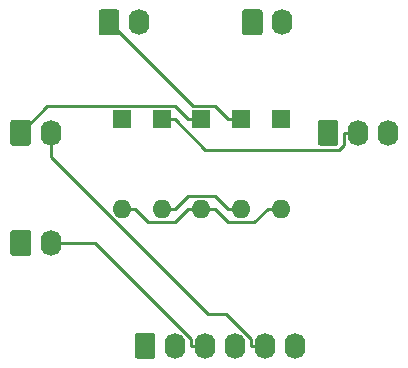
<source format=gbr>
G04 #@! TF.GenerationSoftware,KiCad,Pcbnew,(5.1.5-0-10_14)*
G04 #@! TF.CreationDate,2021-10-24T13:15:44+10:00*
G04 #@! TF.ProjectId,OH - Left Console - Ejection Seat,4f48202d-204c-4656-9674-20436f6e736f,rev?*
G04 #@! TF.SameCoordinates,Original*
G04 #@! TF.FileFunction,Copper,L2,Bot*
G04 #@! TF.FilePolarity,Positive*
%FSLAX46Y46*%
G04 Gerber Fmt 4.6, Leading zero omitted, Abs format (unit mm)*
G04 Created by KiCad (PCBNEW (5.1.5-0-10_14)) date 2021-10-24 13:15:44*
%MOMM*%
%LPD*%
G04 APERTURE LIST*
%ADD10O,1.740000X2.200000*%
%ADD11C,0.100000*%
%ADD12O,1.600000X1.600000*%
%ADD13R,1.600000X1.600000*%
%ADD14C,0.250000*%
G04 APERTURE END LIST*
D10*
X78359000Y-116840000D03*
X75819000Y-116840000D03*
X73279000Y-116840000D03*
X70739000Y-116840000D03*
X68199000Y-116840000D03*
G04 #@! TA.AperFunction,ComponentPad*
D11*
G36*
X66303505Y-115741204D02*
G01*
X66327773Y-115744804D01*
X66351572Y-115750765D01*
X66374671Y-115759030D01*
X66396850Y-115769520D01*
X66417893Y-115782132D01*
X66437599Y-115796747D01*
X66455777Y-115813223D01*
X66472253Y-115831401D01*
X66486868Y-115851107D01*
X66499480Y-115872150D01*
X66509970Y-115894329D01*
X66518235Y-115917428D01*
X66524196Y-115941227D01*
X66527796Y-115965495D01*
X66529000Y-115989999D01*
X66529000Y-117690001D01*
X66527796Y-117714505D01*
X66524196Y-117738773D01*
X66518235Y-117762572D01*
X66509970Y-117785671D01*
X66499480Y-117807850D01*
X66486868Y-117828893D01*
X66472253Y-117848599D01*
X66455777Y-117866777D01*
X66437599Y-117883253D01*
X66417893Y-117897868D01*
X66396850Y-117910480D01*
X66374671Y-117920970D01*
X66351572Y-117929235D01*
X66327773Y-117935196D01*
X66303505Y-117938796D01*
X66279001Y-117940000D01*
X65038999Y-117940000D01*
X65014495Y-117938796D01*
X64990227Y-117935196D01*
X64966428Y-117929235D01*
X64943329Y-117920970D01*
X64921150Y-117910480D01*
X64900107Y-117897868D01*
X64880401Y-117883253D01*
X64862223Y-117866777D01*
X64845747Y-117848599D01*
X64831132Y-117828893D01*
X64818520Y-117807850D01*
X64808030Y-117785671D01*
X64799765Y-117762572D01*
X64793804Y-117738773D01*
X64790204Y-117714505D01*
X64789000Y-117690001D01*
X64789000Y-115989999D01*
X64790204Y-115965495D01*
X64793804Y-115941227D01*
X64799765Y-115917428D01*
X64808030Y-115894329D01*
X64818520Y-115872150D01*
X64831132Y-115851107D01*
X64845747Y-115831401D01*
X64862223Y-115813223D01*
X64880401Y-115796747D01*
X64900107Y-115782132D01*
X64921150Y-115769520D01*
X64943329Y-115759030D01*
X64966428Y-115750765D01*
X64990227Y-115744804D01*
X65014495Y-115741204D01*
X65038999Y-115740000D01*
X66279001Y-115740000D01*
X66303505Y-115741204D01*
G37*
G04 #@! TD.AperFunction*
D10*
X65151000Y-89471500D03*
G04 #@! TA.AperFunction,ComponentPad*
D11*
G36*
X63255505Y-88372704D02*
G01*
X63279773Y-88376304D01*
X63303572Y-88382265D01*
X63326671Y-88390530D01*
X63348850Y-88401020D01*
X63369893Y-88413632D01*
X63389599Y-88428247D01*
X63407777Y-88444723D01*
X63424253Y-88462901D01*
X63438868Y-88482607D01*
X63451480Y-88503650D01*
X63461970Y-88525829D01*
X63470235Y-88548928D01*
X63476196Y-88572727D01*
X63479796Y-88596995D01*
X63481000Y-88621499D01*
X63481000Y-90321501D01*
X63479796Y-90346005D01*
X63476196Y-90370273D01*
X63470235Y-90394072D01*
X63461970Y-90417171D01*
X63451480Y-90439350D01*
X63438868Y-90460393D01*
X63424253Y-90480099D01*
X63407777Y-90498277D01*
X63389599Y-90514753D01*
X63369893Y-90529368D01*
X63348850Y-90541980D01*
X63326671Y-90552470D01*
X63303572Y-90560735D01*
X63279773Y-90566696D01*
X63255505Y-90570296D01*
X63231001Y-90571500D01*
X61990999Y-90571500D01*
X61966495Y-90570296D01*
X61942227Y-90566696D01*
X61918428Y-90560735D01*
X61895329Y-90552470D01*
X61873150Y-90541980D01*
X61852107Y-90529368D01*
X61832401Y-90514753D01*
X61814223Y-90498277D01*
X61797747Y-90480099D01*
X61783132Y-90460393D01*
X61770520Y-90439350D01*
X61760030Y-90417171D01*
X61751765Y-90394072D01*
X61745804Y-90370273D01*
X61742204Y-90346005D01*
X61741000Y-90321501D01*
X61741000Y-88621499D01*
X61742204Y-88596995D01*
X61745804Y-88572727D01*
X61751765Y-88548928D01*
X61760030Y-88525829D01*
X61770520Y-88503650D01*
X61783132Y-88482607D01*
X61797747Y-88462901D01*
X61814223Y-88444723D01*
X61832401Y-88428247D01*
X61852107Y-88413632D01*
X61873150Y-88401020D01*
X61895329Y-88390530D01*
X61918428Y-88382265D01*
X61942227Y-88376304D01*
X61966495Y-88372704D01*
X61990999Y-88371500D01*
X63231001Y-88371500D01*
X63255505Y-88372704D01*
G37*
G04 #@! TD.AperFunction*
D10*
X86233000Y-98806000D03*
X83693000Y-98806000D03*
G04 #@! TA.AperFunction,ComponentPad*
D11*
G36*
X81797505Y-97707204D02*
G01*
X81821773Y-97710804D01*
X81845572Y-97716765D01*
X81868671Y-97725030D01*
X81890850Y-97735520D01*
X81911893Y-97748132D01*
X81931599Y-97762747D01*
X81949777Y-97779223D01*
X81966253Y-97797401D01*
X81980868Y-97817107D01*
X81993480Y-97838150D01*
X82003970Y-97860329D01*
X82012235Y-97883428D01*
X82018196Y-97907227D01*
X82021796Y-97931495D01*
X82023000Y-97955999D01*
X82023000Y-99656001D01*
X82021796Y-99680505D01*
X82018196Y-99704773D01*
X82012235Y-99728572D01*
X82003970Y-99751671D01*
X81993480Y-99773850D01*
X81980868Y-99794893D01*
X81966253Y-99814599D01*
X81949777Y-99832777D01*
X81931599Y-99849253D01*
X81911893Y-99863868D01*
X81890850Y-99876480D01*
X81868671Y-99886970D01*
X81845572Y-99895235D01*
X81821773Y-99901196D01*
X81797505Y-99904796D01*
X81773001Y-99906000D01*
X80532999Y-99906000D01*
X80508495Y-99904796D01*
X80484227Y-99901196D01*
X80460428Y-99895235D01*
X80437329Y-99886970D01*
X80415150Y-99876480D01*
X80394107Y-99863868D01*
X80374401Y-99849253D01*
X80356223Y-99832777D01*
X80339747Y-99814599D01*
X80325132Y-99794893D01*
X80312520Y-99773850D01*
X80302030Y-99751671D01*
X80293765Y-99728572D01*
X80287804Y-99704773D01*
X80284204Y-99680505D01*
X80283000Y-99656001D01*
X80283000Y-97955999D01*
X80284204Y-97931495D01*
X80287804Y-97907227D01*
X80293765Y-97883428D01*
X80302030Y-97860329D01*
X80312520Y-97838150D01*
X80325132Y-97817107D01*
X80339747Y-97797401D01*
X80356223Y-97779223D01*
X80374401Y-97762747D01*
X80394107Y-97748132D01*
X80415150Y-97735520D01*
X80437329Y-97725030D01*
X80460428Y-97716765D01*
X80484227Y-97710804D01*
X80508495Y-97707204D01*
X80532999Y-97706000D01*
X81773001Y-97706000D01*
X81797505Y-97707204D01*
G37*
G04 #@! TD.AperFunction*
D10*
X57658000Y-98806000D03*
G04 #@! TA.AperFunction,ComponentPad*
D11*
G36*
X55762505Y-97707204D02*
G01*
X55786773Y-97710804D01*
X55810572Y-97716765D01*
X55833671Y-97725030D01*
X55855850Y-97735520D01*
X55876893Y-97748132D01*
X55896599Y-97762747D01*
X55914777Y-97779223D01*
X55931253Y-97797401D01*
X55945868Y-97817107D01*
X55958480Y-97838150D01*
X55968970Y-97860329D01*
X55977235Y-97883428D01*
X55983196Y-97907227D01*
X55986796Y-97931495D01*
X55988000Y-97955999D01*
X55988000Y-99656001D01*
X55986796Y-99680505D01*
X55983196Y-99704773D01*
X55977235Y-99728572D01*
X55968970Y-99751671D01*
X55958480Y-99773850D01*
X55945868Y-99794893D01*
X55931253Y-99814599D01*
X55914777Y-99832777D01*
X55896599Y-99849253D01*
X55876893Y-99863868D01*
X55855850Y-99876480D01*
X55833671Y-99886970D01*
X55810572Y-99895235D01*
X55786773Y-99901196D01*
X55762505Y-99904796D01*
X55738001Y-99906000D01*
X54497999Y-99906000D01*
X54473495Y-99904796D01*
X54449227Y-99901196D01*
X54425428Y-99895235D01*
X54402329Y-99886970D01*
X54380150Y-99876480D01*
X54359107Y-99863868D01*
X54339401Y-99849253D01*
X54321223Y-99832777D01*
X54304747Y-99814599D01*
X54290132Y-99794893D01*
X54277520Y-99773850D01*
X54267030Y-99751671D01*
X54258765Y-99728572D01*
X54252804Y-99704773D01*
X54249204Y-99680505D01*
X54248000Y-99656001D01*
X54248000Y-97955999D01*
X54249204Y-97931495D01*
X54252804Y-97907227D01*
X54258765Y-97883428D01*
X54267030Y-97860329D01*
X54277520Y-97838150D01*
X54290132Y-97817107D01*
X54304747Y-97797401D01*
X54321223Y-97779223D01*
X54339401Y-97762747D01*
X54359107Y-97748132D01*
X54380150Y-97735520D01*
X54402329Y-97725030D01*
X54425428Y-97716765D01*
X54449227Y-97710804D01*
X54473495Y-97707204D01*
X54497999Y-97706000D01*
X55738001Y-97706000D01*
X55762505Y-97707204D01*
G37*
G04 #@! TD.AperFunction*
D10*
X77279500Y-89471500D03*
G04 #@! TA.AperFunction,ComponentPad*
D11*
G36*
X75384005Y-88372704D02*
G01*
X75408273Y-88376304D01*
X75432072Y-88382265D01*
X75455171Y-88390530D01*
X75477350Y-88401020D01*
X75498393Y-88413632D01*
X75518099Y-88428247D01*
X75536277Y-88444723D01*
X75552753Y-88462901D01*
X75567368Y-88482607D01*
X75579980Y-88503650D01*
X75590470Y-88525829D01*
X75598735Y-88548928D01*
X75604696Y-88572727D01*
X75608296Y-88596995D01*
X75609500Y-88621499D01*
X75609500Y-90321501D01*
X75608296Y-90346005D01*
X75604696Y-90370273D01*
X75598735Y-90394072D01*
X75590470Y-90417171D01*
X75579980Y-90439350D01*
X75567368Y-90460393D01*
X75552753Y-90480099D01*
X75536277Y-90498277D01*
X75518099Y-90514753D01*
X75498393Y-90529368D01*
X75477350Y-90541980D01*
X75455171Y-90552470D01*
X75432072Y-90560735D01*
X75408273Y-90566696D01*
X75384005Y-90570296D01*
X75359501Y-90571500D01*
X74119499Y-90571500D01*
X74094995Y-90570296D01*
X74070727Y-90566696D01*
X74046928Y-90560735D01*
X74023829Y-90552470D01*
X74001650Y-90541980D01*
X73980607Y-90529368D01*
X73960901Y-90514753D01*
X73942723Y-90498277D01*
X73926247Y-90480099D01*
X73911632Y-90460393D01*
X73899020Y-90439350D01*
X73888530Y-90417171D01*
X73880265Y-90394072D01*
X73874304Y-90370273D01*
X73870704Y-90346005D01*
X73869500Y-90321501D01*
X73869500Y-88621499D01*
X73870704Y-88596995D01*
X73874304Y-88572727D01*
X73880265Y-88548928D01*
X73888530Y-88525829D01*
X73899020Y-88503650D01*
X73911632Y-88482607D01*
X73926247Y-88462901D01*
X73942723Y-88444723D01*
X73960901Y-88428247D01*
X73980607Y-88413632D01*
X74001650Y-88401020D01*
X74023829Y-88390530D01*
X74046928Y-88382265D01*
X74070727Y-88376304D01*
X74094995Y-88372704D01*
X74119499Y-88371500D01*
X75359501Y-88371500D01*
X75384005Y-88372704D01*
G37*
G04 #@! TD.AperFunction*
D10*
X57658000Y-108140000D03*
G04 #@! TA.AperFunction,ComponentPad*
D11*
G36*
X55762505Y-107041204D02*
G01*
X55786773Y-107044804D01*
X55810572Y-107050765D01*
X55833671Y-107059030D01*
X55855850Y-107069520D01*
X55876893Y-107082132D01*
X55896599Y-107096747D01*
X55914777Y-107113223D01*
X55931253Y-107131401D01*
X55945868Y-107151107D01*
X55958480Y-107172150D01*
X55968970Y-107194329D01*
X55977235Y-107217428D01*
X55983196Y-107241227D01*
X55986796Y-107265495D01*
X55988000Y-107289999D01*
X55988000Y-108990001D01*
X55986796Y-109014505D01*
X55983196Y-109038773D01*
X55977235Y-109062572D01*
X55968970Y-109085671D01*
X55958480Y-109107850D01*
X55945868Y-109128893D01*
X55931253Y-109148599D01*
X55914777Y-109166777D01*
X55896599Y-109183253D01*
X55876893Y-109197868D01*
X55855850Y-109210480D01*
X55833671Y-109220970D01*
X55810572Y-109229235D01*
X55786773Y-109235196D01*
X55762505Y-109238796D01*
X55738001Y-109240000D01*
X54497999Y-109240000D01*
X54473495Y-109238796D01*
X54449227Y-109235196D01*
X54425428Y-109229235D01*
X54402329Y-109220970D01*
X54380150Y-109210480D01*
X54359107Y-109197868D01*
X54339401Y-109183253D01*
X54321223Y-109166777D01*
X54304747Y-109148599D01*
X54290132Y-109128893D01*
X54277520Y-109107850D01*
X54267030Y-109085671D01*
X54258765Y-109062572D01*
X54252804Y-109038773D01*
X54249204Y-109014505D01*
X54248000Y-108990001D01*
X54248000Y-107289999D01*
X54249204Y-107265495D01*
X54252804Y-107241227D01*
X54258765Y-107217428D01*
X54267030Y-107194329D01*
X54277520Y-107172150D01*
X54290132Y-107151107D01*
X54304747Y-107131401D01*
X54321223Y-107113223D01*
X54339401Y-107096747D01*
X54359107Y-107082132D01*
X54380150Y-107069520D01*
X54402329Y-107059030D01*
X54425428Y-107050765D01*
X54449227Y-107044804D01*
X54473495Y-107041204D01*
X54497999Y-107040000D01*
X55738001Y-107040000D01*
X55762505Y-107041204D01*
G37*
G04 #@! TD.AperFunction*
D12*
X73787000Y-105283000D03*
D13*
X73787000Y-97663000D03*
D12*
X67056000Y-105283000D03*
D13*
X67056000Y-97663000D03*
D12*
X70421500Y-105283000D03*
D13*
X70421500Y-97663000D03*
D12*
X77152500Y-105283000D03*
D13*
X77152500Y-97663000D03*
D12*
X63690500Y-105283000D03*
D13*
X63690500Y-97663000D03*
D14*
X70421500Y-105283000D02*
X69296200Y-105283000D01*
X63690500Y-105283000D02*
X64815800Y-105283000D01*
X64815800Y-105283000D02*
X65941100Y-106408300D01*
X65941100Y-106408300D02*
X68170900Y-106408300D01*
X68170900Y-106408300D02*
X69296200Y-105283000D01*
X77152500Y-105283000D02*
X76027200Y-105283000D01*
X70421500Y-105283000D02*
X71546800Y-105283000D01*
X71546800Y-105283000D02*
X72672100Y-106408300D01*
X72672100Y-106408300D02*
X74901900Y-106408300D01*
X74901900Y-106408300D02*
X76027200Y-105283000D01*
X70421500Y-97663000D02*
X69296200Y-97663000D01*
X69296200Y-97663000D02*
X68170400Y-96537200D01*
X68170400Y-96537200D02*
X57386800Y-96537200D01*
X57386800Y-96537200D02*
X55118000Y-98806000D01*
X67056000Y-105283000D02*
X68181300Y-105283000D01*
X73787000Y-105283000D02*
X72661700Y-105283000D01*
X72661700Y-105283000D02*
X71536400Y-104157700D01*
X71536400Y-104157700D02*
X69306600Y-104157700D01*
X69306600Y-104157700D02*
X68181300Y-105283000D01*
X83693000Y-98806000D02*
X82497700Y-98806000D01*
X67056000Y-97663000D02*
X68181300Y-97663000D01*
X68181300Y-97663000D02*
X70765800Y-100247500D01*
X70765800Y-100247500D02*
X82068200Y-100247500D01*
X82068200Y-100247500D02*
X82497700Y-99818000D01*
X82497700Y-99818000D02*
X82497700Y-98806000D01*
X73787000Y-97663000D02*
X72661700Y-97663000D01*
X72661700Y-97663000D02*
X71536400Y-96537700D01*
X71536400Y-96537700D02*
X69677200Y-96537700D01*
X69677200Y-96537700D02*
X62611000Y-89471500D01*
X75819000Y-116840000D02*
X74623700Y-116840000D01*
X57658000Y-98806000D02*
X57658000Y-100868500D01*
X57658000Y-100868500D02*
X70947500Y-114158000D01*
X70947500Y-114158000D02*
X72539300Y-114158000D01*
X72539300Y-114158000D02*
X74623700Y-116242400D01*
X74623700Y-116242400D02*
X74623700Y-116840000D01*
X70739000Y-116840000D02*
X69543700Y-116840000D01*
X57658000Y-108140000D02*
X61441300Y-108140000D01*
X61441300Y-108140000D02*
X69543700Y-116242400D01*
X69543700Y-116242400D02*
X69543700Y-116840000D01*
M02*

</source>
